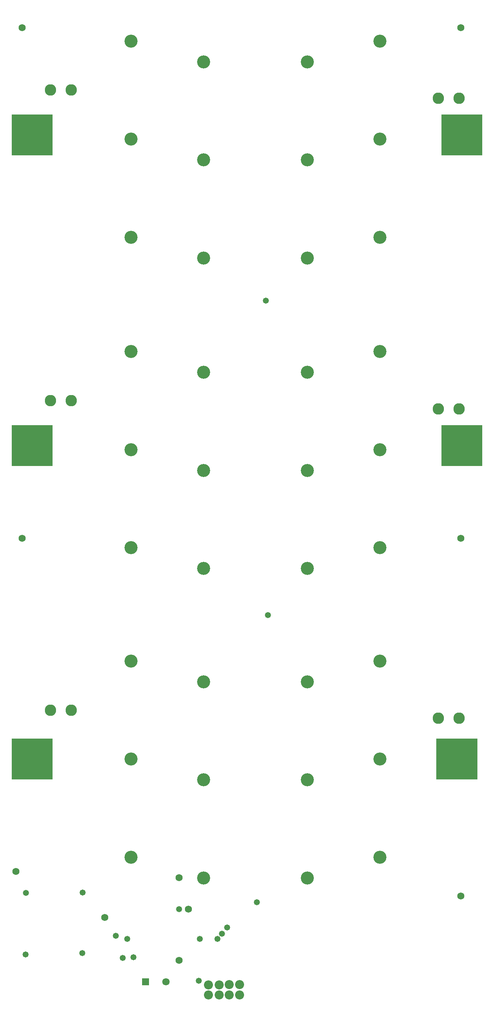
<source format=gbr>
%FSTAX23Y23*%
%MOIN*%
%SFA1B1*%

%IPPOS*%
%ADD34R,0.393700X0.393700*%
%ADD35C,0.068000*%
%ADD36C,0.086740*%
%ADD37R,0.070992X0.070992*%
%ADD38C,0.070992*%
%ADD39C,0.126110*%
%ADD40R,0.047370X0.047370*%
%ADD41C,0.110362*%
%ADD42C,0.058000*%
%LNmain_soldermask_bot-1*%
%LPD*%
G36*
X01574Y02401D02*
X01181D01*
Y02795*
X01574*
Y02401*
G37*
G36*
X05669D02*
X05275D01*
Y02795*
X05669*
Y02401*
G37*
G54D34*
X05519Y08611D03*
X01377Y08611D03*
X01377Y05619D03*
X05519Y05619D03*
G54D35*
X02885Y01152D03*
X02076Y01072D03*
X02795Y01456D03*
Y00659D03*
X0122Y01515D03*
X05511Y01279D03*
Y04724D03*
X01279D03*
X05511Y09645D03*
X01279D03*
G54D36*
X03078Y00324D03*
Y00422D03*
X03179D03*
X03278Y00424D03*
X03378D03*
Y00325D03*
X03278D03*
X03179Y00324D03*
G54D37*
X0247Y00452D03*
G54D38*
X02667Y00452D03*
G54D39*
X04031Y04434D03*
X03031D03*
X04731Y04634D03*
X02331D03*
X04031Y09316D03*
X03031D03*
X04731Y09516D03*
X02331D03*
X04031Y01453D03*
X03031D03*
X04731Y01653D03*
X02331D03*
X04031Y02398D03*
X03031D03*
X04731Y02598D03*
X02331D03*
X04031Y03343D03*
X03031D03*
X04731Y03543D03*
X02331D03*
Y08571D03*
X04731D03*
X03031Y08371D03*
X04031D03*
X02331Y07627D03*
X04731D03*
X03031Y07427D03*
X04031D03*
X02331Y06524D03*
X04731D03*
X03031Y06324D03*
X04031D03*
X02331Y05579D03*
X04731D03*
X03031Y05379D03*
X04031D03*
G54D40*
X01377Y02598D03*
X05472D03*
X01377Y08611D03*
X05519Y08611D03*
X01377Y05619D03*
X05519Y05619D03*
G54D41*
X01555Y0307D03*
X01753D03*
X05295Y02992D03*
X05493D03*
X01555Y09044D03*
X01753D03*
X05295Y08965D03*
X05493D03*
X01555Y06052D03*
X01753D03*
X05295Y05973D03*
X05493D03*
G54D42*
X02992Y00866D03*
X02795Y01151D03*
X03257Y00974D03*
X03208Y00915D03*
X03162Y00864D03*
X02982Y00462D03*
X03543Y0122D03*
X0186Y00728D03*
X01315Y00715D03*
X01318Y01309D03*
X02185Y00895D03*
X01863Y01311D03*
X02293Y00866D03*
X02249Y00681D03*
X02352Y00688D03*
X03651Y03986D03*
X03631Y07017D03*
M02*
</source>
